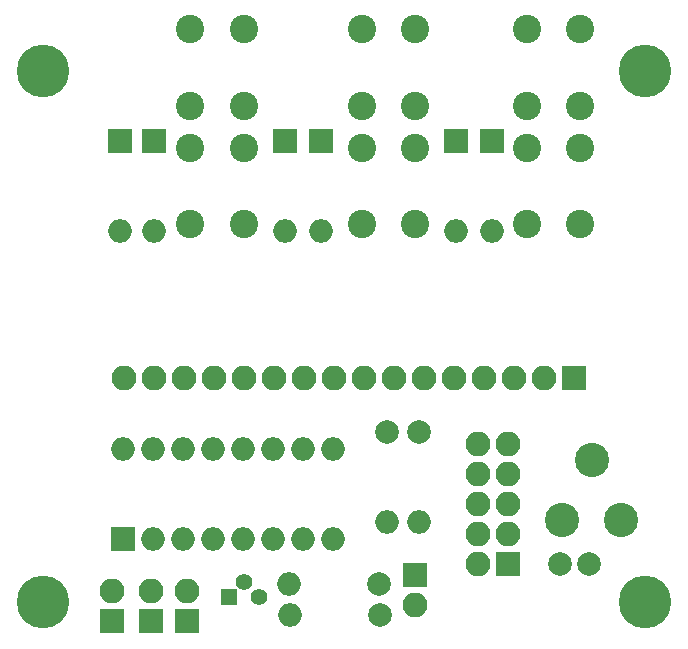
<source format=gbr>
G04 #@! TF.FileFunction,Soldermask,Top*
%FSLAX46Y46*%
G04 Gerber Fmt 4.6, Leading zero omitted, Abs format (unit mm)*
G04 Created by KiCad (PCBNEW 4.0.7) date 03/22/19 00:10:14*
%MOMM*%
%LPD*%
G01*
G04 APERTURE LIST*
%ADD10C,0.100000*%
%ADD11C,2.000000*%
%ADD12R,2.000000X2.000000*%
%ADD13O,2.000000X2.000000*%
%ADD14R,2.100000X2.100000*%
%ADD15O,2.100000X2.100000*%
%ADD16C,1.400000*%
%ADD17R,1.400000X1.400000*%
%ADD18C,2.900000*%
%ADD19C,2.400000*%
%ADD20C,4.464000*%
G04 APERTURE END LIST*
D10*
D11*
X161290000Y-80772000D03*
X158790000Y-80772000D03*
D12*
X149987000Y-44958000D03*
D13*
X149987000Y-52578000D03*
D12*
X153035000Y-44958000D03*
D13*
X153035000Y-52578000D03*
D12*
X138557000Y-44958000D03*
D13*
X138557000Y-52578000D03*
D12*
X135509000Y-44958000D03*
D13*
X135509000Y-52578000D03*
D12*
X124460000Y-44958000D03*
D13*
X124460000Y-52578000D03*
D12*
X121539000Y-44958000D03*
D13*
X121539000Y-52578000D03*
D14*
X154432000Y-80772000D03*
D15*
X151892000Y-80772000D03*
X154432000Y-78232000D03*
X151892000Y-78232000D03*
X154432000Y-75692000D03*
X151892000Y-75692000D03*
X154432000Y-73152000D03*
X151892000Y-73152000D03*
X154432000Y-70612000D03*
X151892000Y-70612000D03*
D16*
X132029200Y-82245200D03*
X133299200Y-83515200D03*
D17*
X130759200Y-83515200D03*
D11*
X144145000Y-69557900D03*
D13*
X144145000Y-77177900D03*
D11*
X146850100Y-69570600D03*
D13*
X146850100Y-77190600D03*
D11*
X143510000Y-82423000D03*
D13*
X135890000Y-82423000D03*
D11*
X143560800Y-85054440D03*
D13*
X135940800Y-85054440D03*
D18*
X161500000Y-71960000D03*
X164000000Y-77000000D03*
X159000000Y-77000000D03*
D19*
X132000000Y-45500000D03*
X127500000Y-45500000D03*
X132000000Y-52000000D03*
X127500000Y-52000000D03*
X132000000Y-35500000D03*
X127500000Y-35500000D03*
X132000000Y-42000000D03*
X127500000Y-42000000D03*
X146500000Y-45500000D03*
X142000000Y-45500000D03*
X146500000Y-52000000D03*
X142000000Y-52000000D03*
X146500000Y-35500000D03*
X142000000Y-35500000D03*
X146500000Y-42000000D03*
X142000000Y-42000000D03*
X160500000Y-45500000D03*
X156000000Y-45500000D03*
X160500000Y-52000000D03*
X156000000Y-52000000D03*
X160500000Y-35500000D03*
X156000000Y-35500000D03*
X160500000Y-42000000D03*
X156000000Y-42000000D03*
D12*
X121793000Y-78613000D03*
D13*
X139573000Y-70993000D03*
X124333000Y-78613000D03*
X137033000Y-70993000D03*
X126873000Y-78613000D03*
X134493000Y-70993000D03*
X129413000Y-78613000D03*
X131953000Y-70993000D03*
X131953000Y-78613000D03*
X129413000Y-70993000D03*
X134493000Y-78613000D03*
X126873000Y-70993000D03*
X137033000Y-78613000D03*
X124333000Y-70993000D03*
X139573000Y-78613000D03*
X121793000Y-70993000D03*
D14*
X160020000Y-65024000D03*
D15*
X157480000Y-65024000D03*
X154940000Y-65024000D03*
X152400000Y-65024000D03*
X149860000Y-65024000D03*
X147320000Y-65024000D03*
X144780000Y-65024000D03*
X142240000Y-65024000D03*
X139700000Y-65024000D03*
X137160000Y-65024000D03*
X134620000Y-65024000D03*
X132080000Y-65024000D03*
X129540000Y-65024000D03*
X127000000Y-65024000D03*
X124460000Y-65024000D03*
X121920000Y-65024000D03*
D14*
X120904000Y-85598000D03*
D15*
X120904000Y-83058000D03*
D14*
X124206000Y-85598000D03*
D15*
X124206000Y-83058000D03*
D14*
X127254000Y-85598000D03*
D15*
X127254000Y-83058000D03*
D20*
X115000000Y-39000000D03*
X166000000Y-39000000D03*
X166000000Y-84000000D03*
X115000000Y-84000000D03*
D14*
X146558000Y-81661000D03*
D15*
X146558000Y-84201000D03*
M02*

</source>
